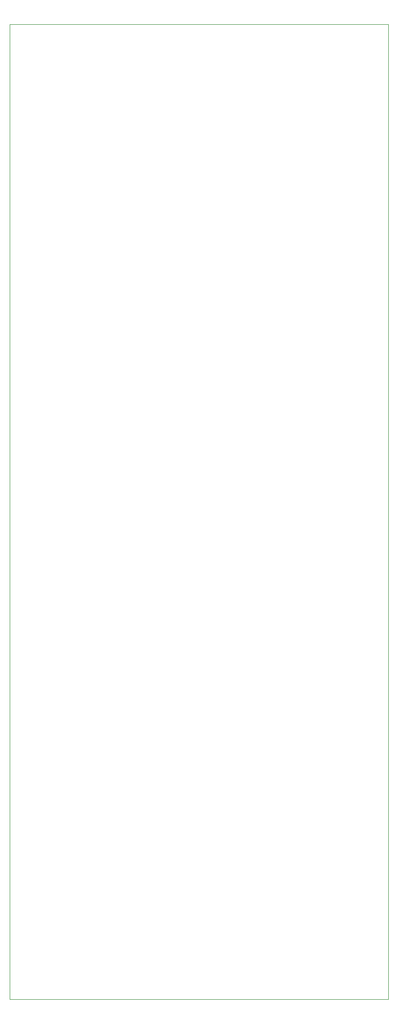
<source format=gbr>
%TF.GenerationSoftware,KiCad,Pcbnew,5.1.10-88a1d61d58~90~ubuntu20.04.1*%
%TF.CreationDate,2021-08-12T14:59:43-04:00*%
%TF.ProjectId,ao_audio_mixer,616f5f61-7564-4696-9f5f-6d697865722e,rev?*%
%TF.SameCoordinates,Original*%
%TF.FileFunction,Profile,NP*%
%FSLAX46Y46*%
G04 Gerber Fmt 4.6, Leading zero omitted, Abs format (unit mm)*
G04 Created by KiCad (PCBNEW 5.1.10-88a1d61d58~90~ubuntu20.04.1) date 2021-08-12 14:59:43*
%MOMM*%
%LPD*%
G01*
G04 APERTURE LIST*
%TA.AperFunction,Profile*%
%ADD10C,0.100000*%
%TD*%
G04 APERTURE END LIST*
D10*
X223000000Y-36000000D02*
X223000000Y-206000000D01*
X223000000Y-206000000D02*
X157000000Y-206000000D01*
X157000000Y-36000000D02*
X223000000Y-36000000D01*
X157000000Y-206000000D02*
X157000000Y-36000000D01*
M02*

</source>
